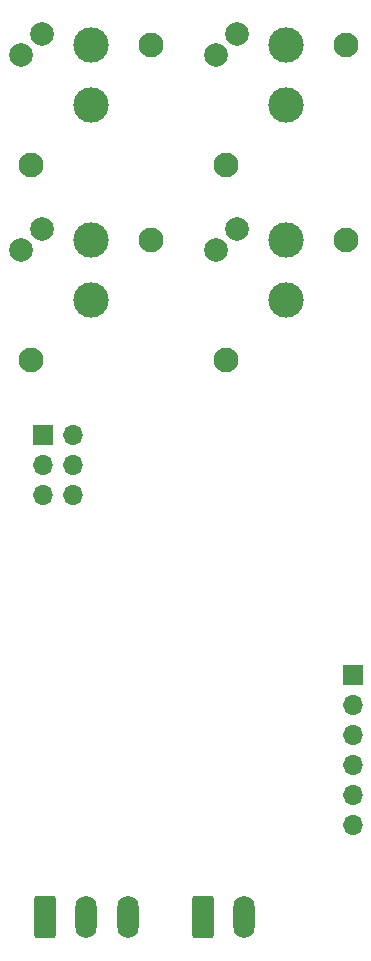
<source format=gbr>
%TF.GenerationSoftware,KiCad,Pcbnew,(7.0.0)*%
%TF.CreationDate,2023-10-20T06:38:37+02:00*%
%TF.ProjectId,SEM_ProjektoroSCH-Rev2,53454d5f-5072-46f6-9a65-6b746f726f53,2.3*%
%TF.SameCoordinates,Original*%
%TF.FileFunction,Soldermask,Bot*%
%TF.FilePolarity,Negative*%
%FSLAX46Y46*%
G04 Gerber Fmt 4.6, Leading zero omitted, Abs format (unit mm)*
G04 Created by KiCad (PCBNEW (7.0.0)) date 2023-10-20 06:38:37*
%MOMM*%
%LPD*%
G01*
G04 APERTURE LIST*
G04 Aperture macros list*
%AMRoundRect*
0 Rectangle with rounded corners*
0 $1 Rounding radius*
0 $2 $3 $4 $5 $6 $7 $8 $9 X,Y pos of 4 corners*
0 Add a 4 corners polygon primitive as box body*
4,1,4,$2,$3,$4,$5,$6,$7,$8,$9,$2,$3,0*
0 Add four circle primitives for the rounded corners*
1,1,$1+$1,$2,$3*
1,1,$1+$1,$4,$5*
1,1,$1+$1,$6,$7*
1,1,$1+$1,$8,$9*
0 Add four rect primitives between the rounded corners*
20,1,$1+$1,$2,$3,$4,$5,0*
20,1,$1+$1,$4,$5,$6,$7,0*
20,1,$1+$1,$6,$7,$8,$9,0*
20,1,$1+$1,$8,$9,$2,$3,0*%
G04 Aperture macros list end*
%ADD10RoundRect,0.250000X-0.650000X-1.550000X0.650000X-1.550000X0.650000X1.550000X-0.650000X1.550000X0*%
%ADD11O,1.800000X3.600000*%
%ADD12C,2.100000*%
%ADD13C,3.000000*%
%ADD14C,2.000000*%
%ADD15R,1.700000X1.700000*%
%ADD16O,1.700000X1.700000*%
G04 APERTURE END LIST*
D10*
%TO.C,J2*%
X133350000Y-127800000D03*
D11*
X136849999Y-127799999D03*
X140349999Y-127799999D03*
%TD*%
D10*
%TO.C,J1*%
X146685000Y-127800000D03*
D11*
X150184999Y-127799999D03*
%TD*%
D12*
%TO.C,SW4*%
X148685000Y-80645000D03*
X158845000Y-70485000D03*
D13*
X153765000Y-70485000D03*
X153765000Y-75565000D03*
D14*
X147796000Y-71374000D03*
X149574000Y-69596000D03*
%TD*%
D15*
%TO.C,J3*%
X159384999Y-107314999D03*
D16*
X159384999Y-109854999D03*
X159384999Y-112394999D03*
X159384999Y-114934999D03*
X159384999Y-117474999D03*
X159384999Y-120014999D03*
%TD*%
D12*
%TO.C,SW1*%
X132175000Y-64135000D03*
X142335000Y-53975000D03*
D13*
X137255000Y-53975000D03*
X137255000Y-59055000D03*
D14*
X131286000Y-54864000D03*
X133064000Y-53086000D03*
%TD*%
D12*
%TO.C,SW2*%
X148685000Y-64135000D03*
X158845000Y-53975000D03*
D13*
X153765000Y-53975000D03*
X153765000Y-59055000D03*
D14*
X147796000Y-54864000D03*
X149574000Y-53086000D03*
%TD*%
D15*
%TO.C,J4*%
X133174999Y-87009999D03*
D16*
X135714999Y-87009999D03*
X133174999Y-89549999D03*
X135714999Y-89549999D03*
X133174999Y-92089999D03*
X135714999Y-92089999D03*
%TD*%
D12*
%TO.C,SW3*%
X132175000Y-80645000D03*
X142335000Y-70485000D03*
D13*
X137255000Y-70485000D03*
X137255000Y-75565000D03*
D14*
X131286000Y-71374000D03*
X133064000Y-69596000D03*
%TD*%
M02*

</source>
